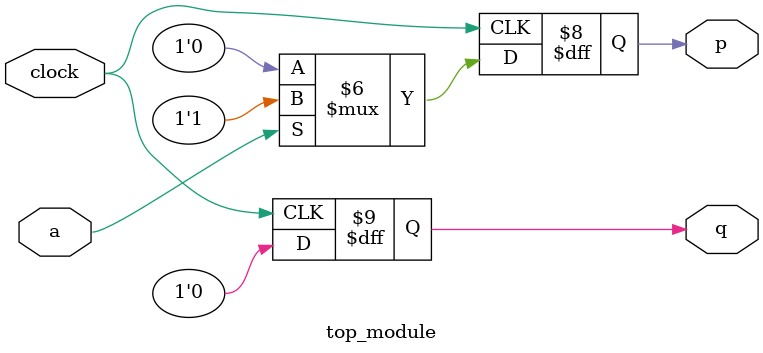
<source format=sv>
module top_module (
    input clock,
    input a, 
    output reg p,
    output reg q
);

always @(posedge clock) begin
    if (a == 1'b0) begin
        p <= 1'b0;
        q <= 1'b0;
    end else begin
        p <= 1'b1;
        q <= 1'b0;
    end
end

endmodule

</source>
